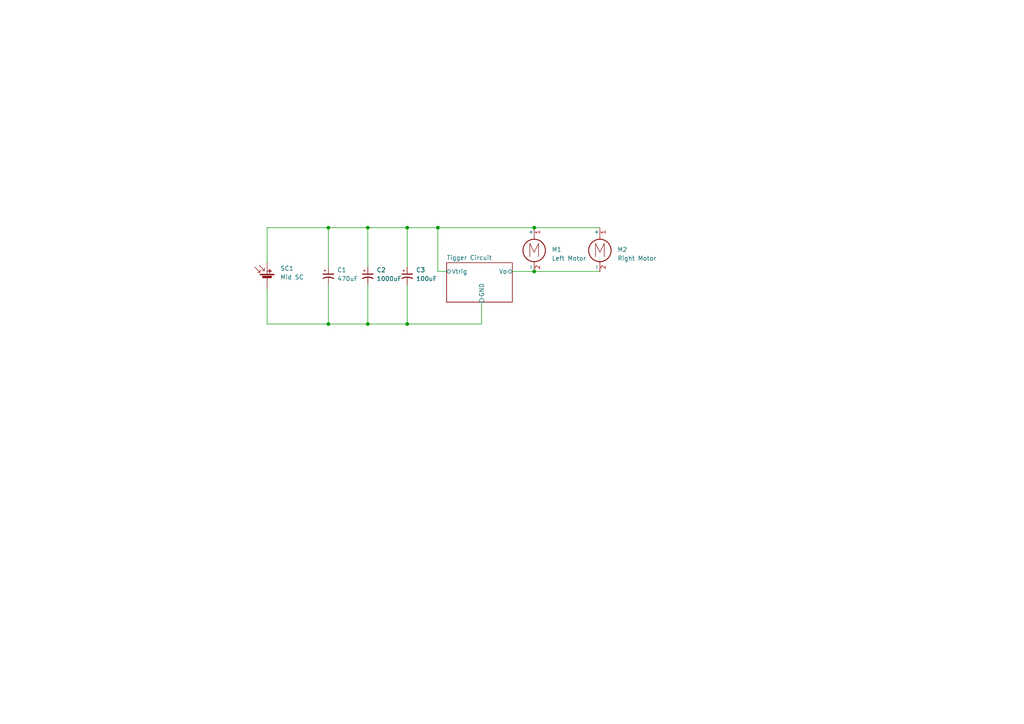
<source format=kicad_sch>
(kicad_sch (version 20211123) (generator eeschema)

  (uuid e0eaf533-f28f-4929-936a-ed8fbfdd2d06)

  (paper "A4")

  (lib_symbols
    (symbol "Device:C_Polarized_Small_US" (pin_numbers hide) (pin_names (offset 0.254) hide) (in_bom yes) (on_board yes)
      (property "Reference" "C" (id 0) (at 0.254 1.778 0)
        (effects (font (size 1.27 1.27)) (justify left))
      )
      (property "Value" "C_Polarized_Small_US" (id 1) (at 0.254 -2.032 0)
        (effects (font (size 1.27 1.27)) (justify left))
      )
      (property "Footprint" "" (id 2) (at 0 0 0)
        (effects (font (size 1.27 1.27)) hide)
      )
      (property "Datasheet" "~" (id 3) (at 0 0 0)
        (effects (font (size 1.27 1.27)) hide)
      )
      (property "ki_keywords" "cap capacitor" (id 4) (at 0 0 0)
        (effects (font (size 1.27 1.27)) hide)
      )
      (property "ki_description" "Polarized capacitor, small US symbol" (id 5) (at 0 0 0)
        (effects (font (size 1.27 1.27)) hide)
      )
      (property "ki_fp_filters" "CP_*" (id 6) (at 0 0 0)
        (effects (font (size 1.27 1.27)) hide)
      )
      (symbol "C_Polarized_Small_US_0_1"
        (polyline
          (pts
            (xy -1.524 0.508)
            (xy 1.524 0.508)
          )
          (stroke (width 0.3048) (type default) (color 0 0 0 0))
          (fill (type none))
        )
        (polyline
          (pts
            (xy -1.27 1.524)
            (xy -0.762 1.524)
          )
          (stroke (width 0) (type default) (color 0 0 0 0))
          (fill (type none))
        )
        (polyline
          (pts
            (xy -1.016 1.27)
            (xy -1.016 1.778)
          )
          (stroke (width 0) (type default) (color 0 0 0 0))
          (fill (type none))
        )
        (arc (start 1.524 -0.762) (mid 0 -0.3734) (end -1.524 -0.762)
          (stroke (width 0.3048) (type default) (color 0 0 0 0))
          (fill (type none))
        )
      )
      (symbol "C_Polarized_Small_US_1_1"
        (pin passive line (at 0 2.54 270) (length 2.032)
          (name "~" (effects (font (size 1.27 1.27))))
          (number "1" (effects (font (size 1.27 1.27))))
        )
        (pin passive line (at 0 -2.54 90) (length 2.032)
          (name "~" (effects (font (size 1.27 1.27))))
          (number "2" (effects (font (size 1.27 1.27))))
        )
      )
    )
    (symbol "Device:Solar_Cell" (pin_numbers hide) (pin_names (offset 0) hide) (in_bom yes) (on_board yes)
      (property "Reference" "SC" (id 0) (at 2.54 2.54 0)
        (effects (font (size 1.27 1.27)) (justify left))
      )
      (property "Value" "Solar_Cell" (id 1) (at 2.54 0 0)
        (effects (font (size 1.27 1.27)) (justify left))
      )
      (property "Footprint" "" (id 2) (at 0 1.524 90)
        (effects (font (size 1.27 1.27)) hide)
      )
      (property "Datasheet" "~" (id 3) (at 0 1.524 90)
        (effects (font (size 1.27 1.27)) hide)
      )
      (property "ki_keywords" "solar cell" (id 4) (at 0 0 0)
        (effects (font (size 1.27 1.27)) hide)
      )
      (property "ki_description" "Single solar cell" (id 5) (at 0 0 0)
        (effects (font (size 1.27 1.27)) hide)
      )
      (symbol "Solar_Cell_0_1"
        (rectangle (start -2.032 1.778) (end 2.032 1.524)
          (stroke (width 0) (type default) (color 0 0 0 0))
          (fill (type outline))
        )
        (rectangle (start -1.3208 1.1938) (end 1.27 0.6858)
          (stroke (width 0) (type default) (color 0 0 0 0))
          (fill (type outline))
        )
        (polyline
          (pts
            (xy -2.032 2.286)
            (xy -3.556 3.81)
          )
          (stroke (width 0) (type default) (color 0 0 0 0))
          (fill (type none))
        )
        (polyline
          (pts
            (xy -0.762 2.794)
            (xy -2.286 4.318)
          )
          (stroke (width 0) (type default) (color 0 0 0 0))
          (fill (type none))
        )
        (polyline
          (pts
            (xy 0 0.762)
            (xy 0 0)
          )
          (stroke (width 0) (type default) (color 0 0 0 0))
          (fill (type none))
        )
        (polyline
          (pts
            (xy 0 1.778)
            (xy 0 2.54)
          )
          (stroke (width 0) (type default) (color 0 0 0 0))
          (fill (type none))
        )
        (polyline
          (pts
            (xy 0.254 2.667)
            (xy 1.27 2.667)
          )
          (stroke (width 0.254) (type default) (color 0 0 0 0))
          (fill (type none))
        )
        (polyline
          (pts
            (xy 0.762 3.175)
            (xy 0.762 2.159)
          )
          (stroke (width 0.254) (type default) (color 0 0 0 0))
          (fill (type none))
        )
        (polyline
          (pts
            (xy -2.032 3.048)
            (xy -2.032 2.286)
            (xy -2.794 2.286)
          )
          (stroke (width 0) (type default) (color 0 0 0 0))
          (fill (type none))
        )
        (polyline
          (pts
            (xy -0.762 3.556)
            (xy -0.762 2.794)
            (xy -1.524 2.794)
          )
          (stroke (width 0) (type default) (color 0 0 0 0))
          (fill (type none))
        )
      )
      (symbol "Solar_Cell_1_1"
        (pin passive line (at 0 5.08 270) (length 2.54)
          (name "+" (effects (font (size 1.27 1.27))))
          (number "1" (effects (font (size 1.27 1.27))))
        )
        (pin passive line (at 0 -2.54 90) (length 2.54)
          (name "-" (effects (font (size 1.27 1.27))))
          (number "2" (effects (font (size 1.27 1.27))))
        )
      )
    )
    (symbol "Motor:Motor_DC" (pin_names (offset 0)) (in_bom yes) (on_board yes)
      (property "Reference" "M" (id 0) (at 2.54 2.54 0)
        (effects (font (size 1.27 1.27)) (justify left))
      )
      (property "Value" "Motor_DC" (id 1) (at 2.54 -5.08 0)
        (effects (font (size 1.27 1.27)) (justify left top))
      )
      (property "Footprint" "" (id 2) (at 0 -2.286 0)
        (effects (font (size 1.27 1.27)) hide)
      )
      (property "Datasheet" "~" (id 3) (at 0 -2.286 0)
        (effects (font (size 1.27 1.27)) hide)
      )
      (property "ki_keywords" "DC Motor" (id 4) (at 0 0 0)
        (effects (font (size 1.27 1.27)) hide)
      )
      (property "ki_description" "DC Motor" (id 5) (at 0 0 0)
        (effects (font (size 1.27 1.27)) hide)
      )
      (property "ki_fp_filters" "PinHeader*P2.54mm* TerminalBlock*" (id 6) (at 0 0 0)
        (effects (font (size 1.27 1.27)) hide)
      )
      (symbol "Motor_DC_0_0"
        (polyline
          (pts
            (xy -1.27 -3.302)
            (xy -1.27 0.508)
            (xy 0 -2.032)
            (xy 1.27 0.508)
            (xy 1.27 -3.302)
          )
          (stroke (width 0) (type default) (color 0 0 0 0))
          (fill (type none))
        )
      )
      (symbol "Motor_DC_0_1"
        (circle (center 0 -1.524) (radius 3.2512)
          (stroke (width 0.254) (type default) (color 0 0 0 0))
          (fill (type none))
        )
        (polyline
          (pts
            (xy 0 -7.62)
            (xy 0 -7.112)
          )
          (stroke (width 0) (type default) (color 0 0 0 0))
          (fill (type none))
        )
        (polyline
          (pts
            (xy 0 -4.7752)
            (xy 0 -5.1816)
          )
          (stroke (width 0) (type default) (color 0 0 0 0))
          (fill (type none))
        )
        (polyline
          (pts
            (xy 0 1.7272)
            (xy 0 2.0828)
          )
          (stroke (width 0) (type default) (color 0 0 0 0))
          (fill (type none))
        )
        (polyline
          (pts
            (xy 0 2.032)
            (xy 0 2.54)
          )
          (stroke (width 0) (type default) (color 0 0 0 0))
          (fill (type none))
        )
      )
      (symbol "Motor_DC_1_1"
        (pin passive line (at 0 5.08 270) (length 2.54)
          (name "+" (effects (font (size 1.27 1.27))))
          (number "1" (effects (font (size 1.27 1.27))))
        )
        (pin passive line (at 0 -7.62 90) (length 2.54)
          (name "-" (effects (font (size 1.27 1.27))))
          (number "2" (effects (font (size 1.27 1.27))))
        )
      )
    )
  )

  (junction (at 118.11 93.98) (diameter 0) (color 0 0 0 0)
    (uuid 4591f0d9-8e35-470c-8122-53695972e6a5)
  )
  (junction (at 154.94 66.04) (diameter 0) (color 0 0 0 0)
    (uuid 72538cdb-e0ad-4023-af9b-841dcb620a41)
  )
  (junction (at 127 66.04) (diameter 0) (color 0 0 0 0)
    (uuid 8289d44a-3294-48d7-9aaf-7acd858828dc)
  )
  (junction (at 106.68 66.04) (diameter 0) (color 0 0 0 0)
    (uuid 8d9e19c9-1c38-4d1f-a346-c1ec50453cc1)
  )
  (junction (at 154.94 78.74) (diameter 0) (color 0 0 0 0)
    (uuid a82dccd0-c2cd-4bf9-86b4-efddd3a8276f)
  )
  (junction (at 95.25 93.98) (diameter 0) (color 0 0 0 0)
    (uuid abfe0b28-d1eb-471a-b707-37bb460aa1a8)
  )
  (junction (at 118.11 66.04) (diameter 0) (color 0 0 0 0)
    (uuid b413ae81-6cdf-4dbb-8fe0-87b77f1bd3d0)
  )
  (junction (at 106.68 93.98) (diameter 0) (color 0 0 0 0)
    (uuid deba5b1c-45af-4b66-810e-404f31e42441)
  )
  (junction (at 95.25 66.04) (diameter 0) (color 0 0 0 0)
    (uuid e72eb9df-bed0-4c60-b16a-6863ea8d0319)
  )

  (wire (pts (xy 77.47 66.04) (xy 95.25 66.04))
    (stroke (width 0) (type default) (color 0 0 0 0))
    (uuid 0981ece1-5660-457e-bc8c-8f63dcc9f536)
  )
  (wire (pts (xy 106.68 82.55) (xy 106.68 93.98))
    (stroke (width 0) (type default) (color 0 0 0 0))
    (uuid 0b3c0647-be04-4b9e-aa8e-30be2e70909d)
  )
  (wire (pts (xy 118.11 66.04) (xy 118.11 77.47))
    (stroke (width 0) (type default) (color 0 0 0 0))
    (uuid 0b3f373c-a3e8-4373-9816-7087961d5f37)
  )
  (wire (pts (xy 118.11 82.55) (xy 118.11 93.98))
    (stroke (width 0) (type default) (color 0 0 0 0))
    (uuid 0e5cfd02-8371-49f9-98cd-ebf3431ebf93)
  )
  (wire (pts (xy 106.68 93.98) (xy 118.11 93.98))
    (stroke (width 0) (type default) (color 0 0 0 0))
    (uuid 1e676cca-f250-41dd-b188-d7365eb921b7)
  )
  (wire (pts (xy 95.25 66.04) (xy 95.25 77.47))
    (stroke (width 0) (type default) (color 0 0 0 0))
    (uuid 200bc5e1-d234-4505-adea-d6d4b5273cb2)
  )
  (wire (pts (xy 127 78.74) (xy 127 66.04))
    (stroke (width 0) (type default) (color 0 0 0 0))
    (uuid 365ed274-ece5-479d-b394-a22ea72d34fa)
  )
  (wire (pts (xy 127 66.04) (xy 154.94 66.04))
    (stroke (width 0) (type default) (color 0 0 0 0))
    (uuid 3fac1ffd-dad4-476c-b799-25824aef20cf)
  )
  (wire (pts (xy 173.99 66.04) (xy 154.94 66.04))
    (stroke (width 0) (type default) (color 0 0 0 0))
    (uuid 4824cc17-4fe1-4945-ad51-0aeea24cae8e)
  )
  (wire (pts (xy 129.54 78.74) (xy 127 78.74))
    (stroke (width 0) (type default) (color 0 0 0 0))
    (uuid 4f46b8e8-9e73-4b6a-8e59-fbe50391f07b)
  )
  (wire (pts (xy 154.94 78.74) (xy 173.99 78.74))
    (stroke (width 0) (type default) (color 0 0 0 0))
    (uuid 5bce6732-4026-40a9-a828-7e9b55a30ffd)
  )
  (wire (pts (xy 118.11 93.98) (xy 139.7 93.98))
    (stroke (width 0) (type default) (color 0 0 0 0))
    (uuid 6c30304f-ecde-49c1-a938-d504795056a7)
  )
  (wire (pts (xy 95.25 82.55) (xy 95.25 93.98))
    (stroke (width 0) (type default) (color 0 0 0 0))
    (uuid 6cd7b2b9-1b62-47ef-bd3b-5ac50de1f898)
  )
  (wire (pts (xy 106.68 66.04) (xy 106.68 77.47))
    (stroke (width 0) (type default) (color 0 0 0 0))
    (uuid 81080ab8-61cb-4831-8d8a-3bf064fc638c)
  )
  (wire (pts (xy 77.47 93.98) (xy 95.25 93.98))
    (stroke (width 0) (type default) (color 0 0 0 0))
    (uuid 8b3c697e-d2f0-44f2-824c-3f0eef38c72e)
  )
  (wire (pts (xy 77.47 66.04) (xy 77.47 76.2))
    (stroke (width 0) (type default) (color 0 0 0 0))
    (uuid 9b0f93ef-a45a-4738-a37f-ee43c3ce3020)
  )
  (wire (pts (xy 118.11 66.04) (xy 127 66.04))
    (stroke (width 0) (type default) (color 0 0 0 0))
    (uuid a9881c4d-1698-40b0-8ef8-bcb44452f73f)
  )
  (wire (pts (xy 148.59 78.74) (xy 154.94 78.74))
    (stroke (width 0) (type default) (color 0 0 0 0))
    (uuid b33915f1-896a-4971-bf05-1a91d75ab3fc)
  )
  (wire (pts (xy 95.25 66.04) (xy 106.68 66.04))
    (stroke (width 0) (type default) (color 0 0 0 0))
    (uuid be4a35bf-388c-48f9-a61f-b9bdb1e6be81)
  )
  (wire (pts (xy 95.25 93.98) (xy 106.68 93.98))
    (stroke (width 0) (type default) (color 0 0 0 0))
    (uuid c004383e-e5c6-416b-97dc-0600e40d50df)
  )
  (wire (pts (xy 77.47 83.82) (xy 77.47 93.98))
    (stroke (width 0) (type default) (color 0 0 0 0))
    (uuid ccb02708-9fe1-4159-a71b-423822b99ac3)
  )
  (wire (pts (xy 139.7 87.63) (xy 139.7 93.98))
    (stroke (width 0) (type default) (color 0 0 0 0))
    (uuid eb0ae3e8-685b-4ec9-ac70-a9ff0a491cce)
  )
  (wire (pts (xy 106.68 66.04) (xy 118.11 66.04))
    (stroke (width 0) (type default) (color 0 0 0 0))
    (uuid fbb57290-3adc-4d24-918c-497402e97c67)
  )

  (symbol (lib_id "Device:C_Polarized_Small_US") (at 118.11 80.01 0) (unit 1)
    (in_bom yes) (on_board yes) (fields_autoplaced)
    (uuid 085c5f64-ddfb-443b-9ea7-34e46427c913)
    (property "Reference" "C3" (id 0) (at 120.65 78.3081 0)
      (effects (font (size 1.27 1.27)) (justify left))
    )
    (property "Value" "100uF" (id 1) (at 120.65 80.8481 0)
      (effects (font (size 1.27 1.27)) (justify left))
    )
    (property "Footprint" "" (id 2) (at 118.11 80.01 0)
      (effects (font (size 1.27 1.27)) hide)
    )
    (property "Datasheet" "~" (id 3) (at 118.11 80.01 0)
      (effects (font (size 1.27 1.27)) hide)
    )
    (pin "1" (uuid 879e795c-125d-4271-b94c-93ffdcf8214e))
    (pin "2" (uuid 602126e0-fdd7-427f-8c7c-b51238fbd6bd))
  )

  (symbol (lib_id "Device:C_Polarized_Small_US") (at 106.68 80.01 0) (unit 1)
    (in_bom yes) (on_board yes) (fields_autoplaced)
    (uuid 34459c8a-78ca-4095-9cda-b26731ac3dbb)
    (property "Reference" "C2" (id 0) (at 109.22 78.3081 0)
      (effects (font (size 1.27 1.27)) (justify left))
    )
    (property "Value" "1000uF" (id 1) (at 109.22 80.8481 0)
      (effects (font (size 1.27 1.27)) (justify left))
    )
    (property "Footprint" "" (id 2) (at 106.68 80.01 0)
      (effects (font (size 1.27 1.27)) hide)
    )
    (property "Datasheet" "~" (id 3) (at 106.68 80.01 0)
      (effects (font (size 1.27 1.27)) hide)
    )
    (pin "1" (uuid a4f010f3-a671-4015-b1e4-853f16a20286))
    (pin "2" (uuid 4ca71e55-bb69-45c4-8e45-b228be542c91))
  )

  (symbol (lib_id "Motor:Motor_DC") (at 154.94 71.12 0) (unit 1)
    (in_bom yes) (on_board yes) (fields_autoplaced)
    (uuid 458a3bce-defb-4340-920b-603c359e648f)
    (property "Reference" "M1" (id 0) (at 160.02 72.3899 0)
      (effects (font (size 1.27 1.27)) (justify left))
    )
    (property "Value" "Left Motor" (id 1) (at 160.02 74.9299 0)
      (effects (font (size 1.27 1.27)) (justify left))
    )
    (property "Footprint" "" (id 2) (at 154.94 73.406 0)
      (effects (font (size 1.27 1.27)) hide)
    )
    (property "Datasheet" "~" (id 3) (at 154.94 73.406 0)
      (effects (font (size 1.27 1.27)) hide)
    )
    (pin "1" (uuid 98c0ffc5-ac65-4be8-8d2e-6a15df820022))
    (pin "2" (uuid 1e1d683c-8a82-406e-b8f4-d8f77117b6f9))
  )

  (symbol (lib_id "Motor:Motor_DC") (at 173.99 71.12 0) (unit 1)
    (in_bom yes) (on_board yes) (fields_autoplaced)
    (uuid 4a8dfdae-44da-4684-9796-91f966b12934)
    (property "Reference" "M2" (id 0) (at 179.07 72.3899 0)
      (effects (font (size 1.27 1.27)) (justify left))
    )
    (property "Value" "Right Motor" (id 1) (at 179.07 74.9299 0)
      (effects (font (size 1.27 1.27)) (justify left))
    )
    (property "Footprint" "" (id 2) (at 173.99 73.406 0)
      (effects (font (size 1.27 1.27)) hide)
    )
    (property "Datasheet" "~" (id 3) (at 173.99 73.406 0)
      (effects (font (size 1.27 1.27)) hide)
    )
    (pin "1" (uuid e6bcb483-3099-4a1b-acec-7f2cabceff66))
    (pin "2" (uuid 3bb6a82a-207e-4485-8ea9-80314ba993d4))
  )

  (symbol (lib_id "Device:C_Polarized_Small_US") (at 95.25 80.01 0) (unit 1)
    (in_bom yes) (on_board yes) (fields_autoplaced)
    (uuid 769c27e0-6b93-47ef-bd52-ead1f2fd7905)
    (property "Reference" "C1" (id 0) (at 97.79 78.3081 0)
      (effects (font (size 1.27 1.27)) (justify left))
    )
    (property "Value" "470uF" (id 1) (at 97.79 80.8481 0)
      (effects (font (size 1.27 1.27)) (justify left))
    )
    (property "Footprint" "" (id 2) (at 95.25 80.01 0)
      (effects (font (size 1.27 1.27)) hide)
    )
    (property "Datasheet" "~" (id 3) (at 95.25 80.01 0)
      (effects (font (size 1.27 1.27)) hide)
    )
    (pin "1" (uuid 4747ceaa-666c-40b1-b909-79b90ddd2779))
    (pin "2" (uuid 2820f9ac-e01d-491c-813c-d1597394533a))
  )

  (symbol (lib_id "Device:Solar_Cell") (at 77.47 81.28 0) (unit 1)
    (in_bom yes) (on_board yes) (fields_autoplaced)
    (uuid 90a22610-3329-4b11-bfdf-48d9edd402fd)
    (property "Reference" "SC1" (id 0) (at 81.28 77.8509 0)
      (effects (font (size 1.27 1.27)) (justify left))
    )
    (property "Value" "Mid SC" (id 1) (at 81.28 80.3909 0)
      (effects (font (size 1.27 1.27)) (justify left))
    )
    (property "Footprint" "" (id 2) (at 77.47 79.756 90)
      (effects (font (size 1.27 1.27)) hide)
    )
    (property "Datasheet" "~" (id 3) (at 77.47 79.756 90)
      (effects (font (size 1.27 1.27)) hide)
    )
    (pin "1" (uuid de52c29e-9e91-4414-ba27-7896cc78cda6))
    (pin "2" (uuid a45cbc8f-8e26-4179-9768-31dfecaa7718))
  )

  (sheet (at 129.54 76.2) (size 19.05 11.43) (fields_autoplaced)
    (stroke (width 0.1524) (type solid) (color 0 0 0 0))
    (fill (color 0 0 0 0.0000))
    (uuid 62d376d3-6b06-41d3-a09e-4c14a3b6fd54)
    (property "Sheet name" "Tigger Circuit" (id 0) (at 129.54 75.4884 0)
      (effects (font (size 1.27 1.27)) (justify left bottom))
    )
    (property "Sheet file" "untitled.kicad_sch" (id 1) (at 129.54 88.2146 0)
      (effects (font (size 1.27 1.27)) (justify left top) hide)
    )
    (pin "Vtrig" bidirectional (at 129.54 78.74 180)
      (effects (font (size 1.27 1.27)) (justify left))
      (uuid 4d5e71f8-ba2e-4b0a-a3bb-f946594cbccb)
    )
    (pin "GND" input (at 139.7 87.63 270)
      (effects (font (size 1.27 1.27)) (justify left))
      (uuid 432f1cb0-9d98-4c58-9ebe-11bd9186e4c0)
    )
    (pin "Vo" bidirectional (at 148.59 78.74 0)
      (effects (font (size 1.27 1.27)) (justify right))
      (uuid d2b0fe9d-99db-4312-bc58-f9427e930b16)
    )
  )

  (sheet_instances
    (path "/" (page "1"))
    (path "/62d376d3-6b06-41d3-a09e-4c14a3b6fd54" (page "2"))
  )

  (symbol_instances
    (path "/769c27e0-6b93-47ef-bd52-ead1f2fd7905"
      (reference "C1") (unit 1) (value "470uF") (footprint "")
    )
    (path "/62d376d3-6b06-41d3-a09e-4c14a3b6fd54/8ad9c7c5-4596-4b78-b6ee-9ec21b56d618"
      (reference "C1") (unit 1) (value "?") (footprint "")
    )
    (path "/34459c8a-78ca-4095-9cda-b26731ac3dbb"
      (reference "C2") (unit 1) (value "1000uF") (footprint "")
    )
    (path "/085c5f64-ddfb-443b-9ea7-34e46427c913"
      (reference "C3") (unit 1) (value "100uF") (footprint "")
    )
    (path "/458a3bce-defb-4340-920b-603c359e648f"
      (reference "M1") (unit 1) (value "Left Motor") (footprint "")
    )
    (path "/4a8dfdae-44da-4684-9796-91f966b12934"
      (reference "M2") (unit 1) (value "Right Motor") (footprint "")
    )
    (path "/62d376d3-6b06-41d3-a09e-4c14a3b6fd54/93319bf6-31a0-4369-8170-29673b7ed1a4"
      (reference "R1") (unit 1) (value "?") (footprint "")
    )
    (path "/62d376d3-6b06-41d3-a09e-4c14a3b6fd54/728bfabe-af3d-47f7-83ab-3eb330c693c3"
      (reference "RV1") (unit 1) (value "?") (footprint "")
    )
    (path "/90a22610-3329-4b11-bfdf-48d9edd402fd"
      (reference "SC1") (unit 1) (value "Mid SC") (footprint "")
    )
    (path "/62d376d3-6b06-41d3-a09e-4c14a3b6fd54/e0f861fd-d93c-4567-ba3e-e119d1943534"
      (reference "U1") (unit 2) (value "ADG417BN") (footprint "Package_DIP:DIP-8_W7.62mm")
    )
    (path "/62d376d3-6b06-41d3-a09e-4c14a3b6fd54/25625d99-d45f-4b2f-9e62-009a122611f4"
      (reference "U?") (unit 1) (value "ADG417BN") (footprint "Package_DIP:DIP-8_W7.62mm")
    )
  )
)

</source>
